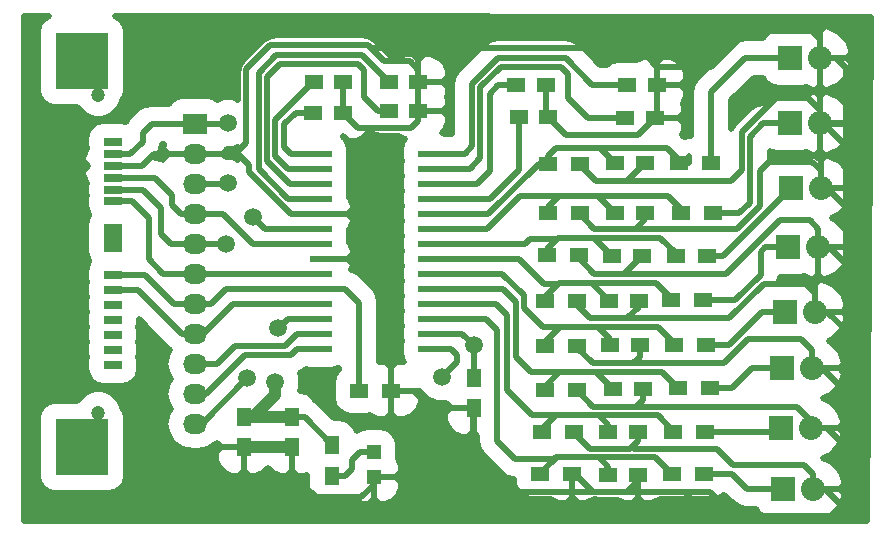
<source format=gbr>
G04 #@! TF.FileFunction,Copper,L1,Top,Signal*
%FSLAX46Y46*%
G04 Gerber Fmt 4.6, Leading zero omitted, Abs format (unit mm)*
G04 Created by KiCad (PCBNEW 4.0.5+dfsg1-4~bpo8+1) date Thu Oct 19 12:35:36 2017*
%MOMM*%
%LPD*%
G01*
G04 APERTURE LIST*
%ADD10C,0.100000*%
%ADD11R,1.250000X1.500000*%
%ADD12R,1.500000X1.250000*%
%ADD13R,1.198880X1.198880*%
%ADD14R,2.032000X1.727200*%
%ADD15O,2.032000X1.727200*%
%ADD16R,2.032000X2.032000*%
%ADD17O,2.032000X2.032000*%
%ADD18R,1.500000X1.300000*%
%ADD19R,1.300000X1.500000*%
%ADD20R,1.900000X0.600000*%
%ADD21R,1.500000X2.400000*%
%ADD22R,1.500000X0.700000*%
%ADD23C,1.200000*%
%ADD24R,4.500000X4.850000*%
%ADD25C,1.500000*%
%ADD26C,0.500000*%
%ADD27C,1.000000*%
%ADD28C,0.250000*%
G04 APERTURE END LIST*
D10*
D11*
X115895000Y-98395000D03*
X115895000Y-100895000D03*
X119990000Y-98395000D03*
X119990000Y-100895000D03*
X135330000Y-95080000D03*
X135330000Y-97580000D03*
D12*
X146755000Y-103285000D03*
X149255000Y-103285000D03*
X146820000Y-88530000D03*
X149320000Y-88530000D03*
X147145000Y-96005000D03*
X149645000Y-96005000D03*
X147340000Y-81055000D03*
X149840000Y-81055000D03*
X146885000Y-92300000D03*
X149385000Y-92300000D03*
X147340000Y-76895000D03*
X149840000Y-76895000D03*
X146755000Y-99645000D03*
X149255000Y-99645000D03*
X147080000Y-84760000D03*
X149580000Y-84760000D03*
X141648500Y-72961500D03*
X139148500Y-72961500D03*
X124249500Y-72644000D03*
X121749500Y-72644000D03*
X141458000Y-70294500D03*
X138958000Y-70294500D03*
X124313000Y-70040500D03*
X121813000Y-70040500D03*
X150665500Y-73088500D03*
X148165500Y-73088500D03*
X130663000Y-72453500D03*
X128163000Y-72453500D03*
X150856000Y-70231000D03*
X148356000Y-70231000D03*
X130663000Y-70040500D03*
X128163000Y-70040500D03*
D13*
X126880000Y-101325980D03*
X126880000Y-103424020D03*
D14*
X111760000Y-73533000D03*
D15*
X111760000Y-76073000D03*
X111760000Y-78613000D03*
X111760000Y-81153000D03*
X111760000Y-83693000D03*
X111760000Y-86233000D03*
X111760000Y-88773000D03*
X111760000Y-91313000D03*
X111760000Y-93853000D03*
X111760000Y-96393000D03*
X111760000Y-98933000D03*
D16*
X162110000Y-67990000D03*
D17*
X164650000Y-67990000D03*
D16*
X162110000Y-73515000D03*
D17*
X164650000Y-73515000D03*
D16*
X162175000Y-78975000D03*
D17*
X164715000Y-78975000D03*
D16*
X161980000Y-83980000D03*
D17*
X164520000Y-83980000D03*
D16*
X161720000Y-89440000D03*
D17*
X164260000Y-89440000D03*
D16*
X161460000Y-94250000D03*
D17*
X164000000Y-94250000D03*
D16*
X161395000Y-99320000D03*
D17*
X163935000Y-99320000D03*
D16*
X161525000Y-104455000D03*
D17*
X164065000Y-104455000D03*
D18*
X125660000Y-96135000D03*
X128360000Y-96135000D03*
D19*
X123370000Y-100700000D03*
X123370000Y-103400000D03*
D18*
X141000000Y-103220000D03*
X143700000Y-103220000D03*
X141399500Y-88536500D03*
X144099500Y-88536500D03*
X141390000Y-96070000D03*
X144090000Y-96070000D03*
X141604000Y-81137000D03*
X144304000Y-81137000D03*
X141405500Y-92314500D03*
X144105500Y-92314500D03*
X141636500Y-76911000D03*
X144336500Y-76911000D03*
X141130000Y-99645000D03*
X143830000Y-99645000D03*
X141526500Y-84690500D03*
X144226500Y-84690500D03*
X154815000Y-103220000D03*
X152115000Y-103220000D03*
X154750000Y-88465000D03*
X152050000Y-88465000D03*
X155335000Y-95940000D03*
X152635000Y-95940000D03*
X155595000Y-81120000D03*
X152895000Y-81120000D03*
X155010000Y-92235000D03*
X152310000Y-92235000D03*
X155465000Y-76895000D03*
X152765000Y-76895000D03*
X154945000Y-99645000D03*
X152245000Y-99645000D03*
X155140000Y-84695000D03*
X152440000Y-84695000D03*
D20*
X131600000Y-92583000D03*
X131600000Y-91313000D03*
X131600000Y-90043000D03*
X131600000Y-88773000D03*
X131600000Y-87503000D03*
X131600000Y-86233000D03*
X131600000Y-84963000D03*
X131600000Y-83693000D03*
X131600000Y-82423000D03*
X131600000Y-81153000D03*
X131600000Y-79883000D03*
X131600000Y-78613000D03*
X131600000Y-77343000D03*
X131600000Y-76073000D03*
X122400000Y-76073000D03*
X122400000Y-77343000D03*
X122400000Y-78613000D03*
X122400000Y-79883000D03*
X122400000Y-81153000D03*
X122400000Y-82423000D03*
X122400000Y-83693000D03*
X122400000Y-84963000D03*
X122400000Y-86233000D03*
X122400000Y-87503000D03*
X122400000Y-88773000D03*
X122400000Y-90043000D03*
X122400000Y-91313000D03*
X122400000Y-92583000D03*
D21*
X104775000Y-83185000D03*
D22*
X104775000Y-92675000D03*
X104775000Y-91405000D03*
X104775000Y-93945000D03*
X104775000Y-90135000D03*
X104775000Y-88865000D03*
X104775000Y-87595000D03*
X104775000Y-86325000D03*
X104775000Y-80115000D03*
X104775000Y-79115000D03*
X104775000Y-78115000D03*
X104775000Y-77115000D03*
X104775000Y-76115000D03*
X104775000Y-75115000D03*
D23*
X103575000Y-98065000D03*
X103575000Y-71065000D03*
D24*
X102175000Y-100915000D03*
X102175000Y-68215000D03*
D25*
X118560000Y-95420000D03*
X114530000Y-73515000D03*
X118755000Y-90805000D03*
X135330000Y-92300000D03*
X114530000Y-78585000D03*
X116675000Y-81445000D03*
X114400000Y-83720000D03*
X116155000Y-95095000D03*
X132665000Y-94965000D03*
D26*
X153610000Y-76895000D02*
X153610000Y-76260000D01*
X104775000Y-76115000D02*
X106275000Y-76115000D01*
X108077000Y-73533000D02*
X111760000Y-73533000D01*
X107315000Y-74295000D02*
X108077000Y-73533000D01*
X107315000Y-75075000D02*
X107315000Y-74295000D01*
X106275000Y-76115000D02*
X107315000Y-75075000D01*
X119990000Y-98395000D02*
X121065000Y-98395000D01*
X121065000Y-98395000D02*
X123370000Y-100700000D01*
D27*
X118560000Y-95420000D02*
X118560000Y-96525000D01*
X118560000Y-96525000D02*
X116690000Y-98395000D01*
X115895000Y-98395000D02*
X116690000Y-98395000D01*
X116690000Y-98395000D02*
X119990000Y-98395000D01*
D26*
X111760000Y-73533000D02*
X114512000Y-73533000D01*
X114512000Y-73533000D02*
X114530000Y-73515000D01*
X122400000Y-90043000D02*
X119582000Y-90043000D01*
X118820000Y-90805000D02*
X118755000Y-90805000D01*
X119582000Y-90043000D02*
X118820000Y-90805000D01*
X104775000Y-77115000D02*
X107225000Y-77115000D01*
X108267000Y-76073000D02*
X111760000Y-76073000D01*
X107225000Y-77115000D02*
X108267000Y-76073000D01*
X126880000Y-103424020D02*
X132785980Y-103424020D01*
X132785980Y-103424020D02*
X135330000Y-100880000D01*
X128360000Y-96135000D02*
X130260000Y-96135000D01*
X131705000Y-97580000D02*
X135330000Y-97580000D01*
X130260000Y-96135000D02*
X131705000Y-97580000D01*
X119990000Y-100895000D02*
X119990000Y-103155000D01*
X126880000Y-104130000D02*
X126880000Y-103424020D01*
X125840000Y-105170000D02*
X126880000Y-104130000D01*
X122005000Y-105170000D02*
X125840000Y-105170000D01*
X119990000Y-103155000D02*
X122005000Y-105170000D01*
D27*
X115895000Y-100895000D02*
X119990000Y-100895000D01*
D26*
X135330000Y-97580000D02*
X135330000Y-100880000D01*
X139165000Y-104715000D02*
X145405000Y-104715000D01*
X135330000Y-100880000D02*
X139165000Y-104715000D01*
X159835000Y-65715000D02*
X158470000Y-65715000D01*
X155415000Y-68770000D02*
X150856000Y-68770000D01*
X158470000Y-65715000D02*
X155415000Y-68770000D01*
X137280000Y-67145000D02*
X126685000Y-67145000D01*
X126685000Y-67145000D02*
X126425000Y-66885000D01*
X150856000Y-68696000D02*
X150856000Y-68770000D01*
X137280000Y-67145000D02*
X149305000Y-67145000D01*
X149305000Y-67145000D02*
X150856000Y-68696000D01*
X150856000Y-68770000D02*
X150856000Y-70231000D01*
X137085000Y-67145000D02*
X137280000Y-67145000D01*
X115375000Y-76073000D02*
X115375000Y-75855000D01*
X115375000Y-75855000D02*
X116090000Y-75140000D01*
X116090000Y-75140000D02*
X116090000Y-68900000D01*
X116090000Y-68900000D02*
X118105000Y-66885000D01*
X118105000Y-66885000D02*
X126425000Y-66885000D01*
X130663000Y-68978000D02*
X130663000Y-70040500D01*
X126425000Y-66885000D02*
X127790000Y-68250000D01*
X127790000Y-68250000D02*
X129935000Y-68250000D01*
X129935000Y-68250000D02*
X130663000Y-68978000D01*
X148492500Y-104715000D02*
X155350000Y-104715000D01*
X155350000Y-104715000D02*
X157365000Y-106730000D01*
X122400000Y-81153000D02*
X119893000Y-81153000D01*
X115398000Y-76073000D02*
X115375000Y-76073000D01*
X115375000Y-76073000D02*
X111760000Y-76073000D01*
X116350000Y-77025000D02*
X115398000Y-76073000D01*
X116350000Y-77610000D02*
X116350000Y-77025000D01*
X119893000Y-81153000D02*
X116350000Y-77610000D01*
X164065000Y-104455000D02*
X165100000Y-104455000D01*
X165100000Y-104455000D02*
X166855000Y-106210000D01*
X163935000Y-99320000D02*
X165295000Y-99320000D01*
X165295000Y-99320000D02*
X166855000Y-100880000D01*
X164000000Y-94250000D02*
X164840000Y-94250000D01*
X164840000Y-94250000D02*
X166855000Y-96265000D01*
X164260000Y-89440000D02*
X165295000Y-89440000D01*
X165295000Y-89440000D02*
X166855000Y-91000000D01*
X164520000Y-83980000D02*
X165425000Y-83980000D01*
X165425000Y-83980000D02*
X166855000Y-85410000D01*
X164715000Y-78975000D02*
X165230000Y-78975000D01*
X165230000Y-78975000D02*
X166855000Y-80600000D01*
X164650000Y-73515000D02*
X164905000Y-73515000D01*
X164905000Y-73515000D02*
X166855000Y-75465000D01*
X164650000Y-67990000D02*
X166010000Y-67990000D01*
X166855000Y-106210000D02*
X166335000Y-106730000D01*
X166335000Y-106730000D02*
X157365000Y-106730000D01*
X166855000Y-100880000D02*
X166855000Y-106210000D01*
X166855000Y-91000000D02*
X166855000Y-96265000D01*
X166855000Y-96265000D02*
X166855000Y-100880000D01*
X166855000Y-68835000D02*
X166855000Y-75465000D01*
X166855000Y-75465000D02*
X166855000Y-80600000D01*
X166855000Y-80600000D02*
X166855000Y-85410000D01*
X166855000Y-85410000D02*
X166855000Y-91000000D01*
X166010000Y-67990000D02*
X166855000Y-68835000D01*
X141458000Y-70294500D02*
X141458000Y-72771000D01*
X141458000Y-72771000D02*
X141648500Y-72961500D01*
X141648500Y-72961500D02*
X141648500Y-73008500D01*
X141648500Y-73008500D02*
X143130000Y-74490000D01*
X149264000Y-74490000D02*
X150665500Y-73088500D01*
X143130000Y-74490000D02*
X149264000Y-74490000D01*
D28*
X141458000Y-72771000D02*
X141648500Y-72961500D01*
X141648500Y-72961500D02*
X142121500Y-72961500D01*
D26*
X124249500Y-72644000D02*
X124254000Y-72644000D01*
X124254000Y-72644000D02*
X125515000Y-73905000D01*
X130663000Y-73307000D02*
X130663000Y-72453500D01*
X130065000Y-73905000D02*
X130663000Y-73307000D01*
X125515000Y-73905000D02*
X130065000Y-73905000D01*
X130663000Y-72453500D02*
X130663000Y-70040500D01*
X124313000Y-70040500D02*
X124313000Y-72580500D01*
X124313000Y-72580500D02*
X124249500Y-72644000D01*
X150856000Y-70231000D02*
X150856000Y-72898000D01*
X150856000Y-72898000D02*
X150665500Y-73088500D01*
X164650000Y-67990000D02*
X164650000Y-66370000D01*
X164650000Y-66370000D02*
X163995000Y-65715000D01*
X163995000Y-65715000D02*
X159835000Y-65715000D01*
X159835000Y-65715000D02*
X159575000Y-65715000D01*
X164650000Y-73515000D02*
X164650000Y-72350000D01*
X157105000Y-78390000D02*
X148345000Y-78390000D01*
X158029998Y-77465002D02*
X157105000Y-78390000D01*
X158029998Y-74280002D02*
X158029998Y-77465002D01*
X160940000Y-71370000D02*
X158029998Y-74280002D01*
X163670000Y-71370000D02*
X160940000Y-71370000D01*
X164650000Y-72350000D02*
X163670000Y-71370000D01*
X163995000Y-76765000D02*
X160355000Y-76765000D01*
X164715000Y-77485000D02*
X163995000Y-76765000D01*
X149045000Y-82420000D02*
X156390000Y-82420000D01*
X164715000Y-77485000D02*
X164715000Y-78975000D01*
X157625000Y-82420000D02*
X156390000Y-82420000D01*
X159575000Y-80470000D02*
X157625000Y-82420000D01*
X159575000Y-77545000D02*
X159575000Y-80470000D01*
X160355000Y-76765000D02*
X159575000Y-77545000D01*
X164520000Y-83980000D02*
X164520000Y-82425000D01*
X156729952Y-86255000D02*
X148085000Y-86255000D01*
X161279952Y-81705000D02*
X156729952Y-86255000D01*
X163800000Y-81705000D02*
X161279952Y-81705000D01*
X164520000Y-82425000D02*
X163800000Y-81705000D01*
X164260000Y-89440000D02*
X164260000Y-87885000D01*
X156975000Y-90025000D02*
X148330000Y-90025000D01*
X159900000Y-87100000D02*
X156975000Y-90025000D01*
X163475000Y-87100000D02*
X159900000Y-87100000D01*
X164260000Y-87885000D02*
X163475000Y-87100000D01*
X164000000Y-94250000D02*
X164000000Y-92695000D01*
X156520000Y-93795000D02*
X148850000Y-93795000D01*
X158535000Y-91780000D02*
X156520000Y-93795000D01*
X163085000Y-91780000D02*
X158535000Y-91780000D01*
X164000000Y-92695000D02*
X163085000Y-91780000D01*
X163935000Y-99320000D02*
X163935000Y-98740000D01*
X163935000Y-98740000D02*
X162695000Y-97500000D01*
X162695000Y-97500000D02*
X149110000Y-97500000D01*
X157300000Y-102440000D02*
X163280000Y-102440000D01*
X164065000Y-103225000D02*
X163280000Y-102440000D01*
X157300000Y-102440000D02*
X155935000Y-101075000D01*
X148915000Y-101075000D02*
X155935000Y-101075000D01*
X164065000Y-103225000D02*
X164065000Y-104455000D01*
X122400000Y-81153000D02*
X124768000Y-81153000D01*
X125117000Y-84963000D02*
X122400000Y-84963000D01*
X125840000Y-84240000D02*
X125117000Y-84963000D01*
X125840000Y-82225000D02*
X125840000Y-84240000D01*
X124768000Y-81153000D02*
X125840000Y-82225000D01*
X148915000Y-101089998D02*
X148915000Y-101075000D01*
X148915000Y-101075000D02*
X148915000Y-100750000D01*
X145210000Y-101075000D02*
X148590000Y-101075000D01*
X143700000Y-103220000D02*
X143910000Y-103220000D01*
X143910000Y-103220000D02*
X145405000Y-104715000D01*
X145405000Y-104715000D02*
X148492500Y-104715000D01*
X148492500Y-104715000D02*
X148330000Y-104715000D01*
X148330000Y-104715000D02*
X149255000Y-103790000D01*
X149255000Y-103790000D02*
X149255000Y-103285000D01*
X143830000Y-99645000D02*
X143830000Y-99695000D01*
X143830000Y-99695000D02*
X145210000Y-101075000D01*
X148590000Y-101075000D02*
X148915000Y-100750000D01*
X148915000Y-100750000D02*
X149255000Y-100410000D01*
X149255000Y-100410000D02*
X149255000Y-99645000D01*
X144090000Y-96070000D02*
X144090000Y-96120000D01*
X144090000Y-96120000D02*
X145470000Y-97500000D01*
X145470000Y-97500000D02*
X149110000Y-97500000D01*
X149110000Y-97500000D02*
X149645000Y-96965000D01*
X149645000Y-96965000D02*
X149645000Y-96005000D01*
X144105500Y-92314500D02*
X144105500Y-92495500D01*
X144105500Y-92495500D02*
X145405000Y-93795000D01*
X145405000Y-93795000D02*
X148850000Y-93795000D01*
X148850000Y-93795000D02*
X149385000Y-93260000D01*
X149385000Y-93260000D02*
X149385000Y-92300000D01*
X144099500Y-88536500D02*
X144099500Y-88914500D01*
X144099500Y-88914500D02*
X145210000Y-90025000D01*
X145210000Y-90025000D02*
X148330000Y-90025000D01*
X148330000Y-90025000D02*
X149320000Y-89035000D01*
X149320000Y-89035000D02*
X149320000Y-88530000D01*
X144226500Y-84690500D02*
X144226500Y-84946500D01*
X144226500Y-84946500D02*
X145535000Y-86255000D01*
X145535000Y-86255000D02*
X148085000Y-86255000D01*
X148085000Y-86255000D02*
X149580000Y-84760000D01*
X144304000Y-81137000D02*
X144304000Y-81189000D01*
X144304000Y-81189000D02*
X145535000Y-82420000D01*
X145535000Y-82420000D02*
X149045000Y-82420000D01*
X149045000Y-82420000D02*
X149840000Y-81625000D01*
X149840000Y-81625000D02*
X149840000Y-81055000D01*
X144336500Y-76911000D02*
X144336500Y-77061500D01*
X144336500Y-77061500D02*
X145665000Y-78390000D01*
X145665000Y-78390000D02*
X148345000Y-78390000D01*
X148345000Y-78390000D02*
X149840000Y-76895000D01*
X135330000Y-92365000D02*
X135330000Y-92300000D01*
X111760000Y-78613000D02*
X114502000Y-78613000D01*
X114502000Y-78613000D02*
X114530000Y-78585000D01*
X131600000Y-91313000D02*
X134343000Y-91313000D01*
X135330000Y-92365000D02*
X135330000Y-95080000D01*
X134343000Y-91313000D02*
X135330000Y-92300000D01*
X131600000Y-79883000D02*
X136762000Y-79883000D01*
X139148500Y-77496500D02*
X139148500Y-72961500D01*
X136762000Y-79883000D02*
X139148500Y-77496500D01*
X121749500Y-72644000D02*
X120269000Y-72644000D01*
X120269000Y-72644000D02*
X119316500Y-73596500D01*
X119316500Y-73596500D02*
X119316500Y-75501500D01*
X119316500Y-75501500D02*
X119888000Y-76073000D01*
X119888000Y-76073000D02*
X122400000Y-76073000D01*
X138958000Y-70294500D02*
X137380500Y-70294500D01*
X135627000Y-78613000D02*
X131600000Y-78613000D01*
X136695000Y-77545000D02*
X135627000Y-78613000D01*
X136695000Y-70980000D02*
X136695000Y-77545000D01*
X137380500Y-70294500D02*
X136695000Y-70980000D01*
X121813000Y-70040500D02*
X121774500Y-70040500D01*
X121774500Y-70040500D02*
X118560000Y-73255000D01*
X118560000Y-73255000D02*
X118560000Y-76245000D01*
X118560000Y-76245000D02*
X119658000Y-77343000D01*
X119658000Y-77343000D02*
X122400000Y-77343000D01*
X148165500Y-73088500D02*
X145043500Y-73088500D01*
X135012000Y-77343000D02*
X131600000Y-77343000D01*
X135915000Y-76440000D02*
X135012000Y-77343000D01*
X135915000Y-70460000D02*
X135915000Y-76440000D01*
X137670000Y-68705000D02*
X135915000Y-70460000D01*
X142740000Y-68705000D02*
X137670000Y-68705000D01*
X143325000Y-69290000D02*
X142740000Y-68705000D01*
X143325000Y-71370000D02*
X143325000Y-69290000D01*
X145043500Y-73088500D02*
X143325000Y-71370000D01*
X128163000Y-72453500D02*
X127248500Y-72453500D01*
X119758000Y-78613000D02*
X122400000Y-78613000D01*
X117845000Y-76700000D02*
X119758000Y-78613000D01*
X117845000Y-69550000D02*
X117845000Y-76700000D01*
X118950000Y-68445000D02*
X117845000Y-69550000D01*
X125515000Y-68445000D02*
X118950000Y-68445000D01*
X126100000Y-69030000D02*
X125515000Y-68445000D01*
X126100000Y-71305000D02*
X126100000Y-69030000D01*
X127248500Y-72453500D02*
X126100000Y-71305000D01*
X148356000Y-70231000D02*
X145371000Y-70231000D01*
X134592000Y-76073000D02*
X131600000Y-76073000D01*
X135214998Y-75450002D02*
X134592000Y-76073000D01*
X135214998Y-70170050D02*
X135214998Y-75450002D01*
X137395048Y-67990000D02*
X135214998Y-70170050D01*
X143130000Y-67990000D02*
X137395048Y-67990000D01*
X145371000Y-70231000D02*
X143130000Y-67990000D01*
X128163000Y-70040500D02*
X128163000Y-69988000D01*
X128163000Y-69988000D02*
X125905000Y-67730000D01*
X125905000Y-67730000D02*
X118625000Y-67730000D01*
X118625000Y-67730000D02*
X117130000Y-69225000D01*
X117130000Y-69225000D02*
X117130000Y-77350000D01*
X117130000Y-77350000D02*
X119663000Y-79883000D01*
X119663000Y-79883000D02*
X122400000Y-79883000D01*
X123370000Y-103400000D02*
X124425000Y-103400000D01*
X125719020Y-101325980D02*
X126880000Y-101325980D01*
X125060000Y-101985000D02*
X125719020Y-101325980D01*
X125060000Y-102765000D02*
X125060000Y-101985000D01*
X124425000Y-103400000D02*
X125060000Y-102765000D01*
X104775000Y-86325000D02*
X107515000Y-86325000D01*
X109963000Y-88773000D02*
X111760000Y-88773000D01*
X107515000Y-86325000D02*
X109963000Y-88773000D01*
X122400000Y-87503000D02*
X124488000Y-87503000D01*
X125660000Y-88675000D02*
X125660000Y-96135000D01*
X124488000Y-87503000D02*
X125660000Y-88675000D01*
X122400000Y-87503000D02*
X114387000Y-87503000D01*
X113117000Y-88773000D02*
X111760000Y-88773000D01*
X114387000Y-87503000D02*
X113117000Y-88773000D01*
X104775000Y-87595000D02*
X106900000Y-87595000D01*
X110618000Y-91313000D02*
X111760000Y-91313000D01*
X106900000Y-87595000D02*
X110618000Y-91313000D01*
X122400000Y-88773000D02*
X114937000Y-88773000D01*
X114937000Y-88773000D02*
X112397000Y-91313000D01*
X112397000Y-91313000D02*
X111760000Y-91313000D01*
X104775000Y-80115000D02*
X106440000Y-80115000D01*
X109048000Y-86233000D02*
X111760000Y-86233000D01*
X107835000Y-85020000D02*
X109048000Y-86233000D01*
X107835000Y-81510000D02*
X107835000Y-85020000D01*
X106440000Y-80115000D02*
X107835000Y-81510000D01*
X122400000Y-86233000D02*
X111760000Y-86233000D01*
X104775000Y-78115000D02*
X108340000Y-78115000D01*
X110533000Y-81153000D02*
X111760000Y-81153000D01*
X109785000Y-80405000D02*
X110533000Y-81153000D01*
X109785000Y-79560000D02*
X109785000Y-80405000D01*
X108340000Y-78115000D02*
X109785000Y-79560000D01*
X111760000Y-81153000D02*
X114108000Y-81153000D01*
X116648000Y-83693000D02*
X122400000Y-83693000D01*
X114108000Y-81153000D02*
X116648000Y-83693000D01*
X104775000Y-79115000D02*
X107325000Y-79115000D01*
X109693000Y-83693000D02*
X111760000Y-83693000D01*
X108875000Y-82875000D02*
X109693000Y-83693000D01*
X108875000Y-80665000D02*
X108875000Y-82875000D01*
X107325000Y-79115000D02*
X108875000Y-80665000D01*
X117653000Y-82423000D02*
X122400000Y-82423000D01*
X116675000Y-81445000D02*
X117653000Y-82423000D01*
X111760000Y-83693000D02*
X114373000Y-83693000D01*
X114373000Y-83693000D02*
X114400000Y-83720000D01*
X122400000Y-91313000D02*
X120392000Y-91313000D01*
X113627000Y-93853000D02*
X111760000Y-93853000D01*
X115115000Y-92365000D02*
X113627000Y-93853000D01*
X119340000Y-92365000D02*
X115115000Y-92365000D01*
X120392000Y-91313000D02*
X119340000Y-92365000D01*
X112392000Y-93853000D02*
X111760000Y-93853000D01*
X111760000Y-98933000D02*
X112317000Y-98933000D01*
X112317000Y-98933000D02*
X116155000Y-95095000D01*
X131600000Y-92583000D02*
X133403000Y-92583000D01*
X133403000Y-92583000D02*
X133900000Y-93080000D01*
X133900000Y-93080000D02*
X133900000Y-93730000D01*
X133900000Y-93730000D02*
X132665000Y-94965000D01*
X122400000Y-92583000D02*
X120422000Y-92583000D01*
X115960000Y-93145000D02*
X112712000Y-96393000D01*
X119860000Y-93145000D02*
X115960000Y-93145000D01*
X120422000Y-92583000D02*
X119860000Y-93145000D01*
X112712000Y-96393000D02*
X111760000Y-96393000D01*
X161525000Y-104455000D02*
X158470000Y-104455000D01*
X157235000Y-103220000D02*
X158470000Y-104455000D01*
X157235000Y-103220000D02*
X154815000Y-103220000D01*
X156975000Y-88465000D02*
X157495000Y-88465000D01*
X160030000Y-83980000D02*
X161980000Y-83980000D01*
X159640000Y-84370000D02*
X160030000Y-83980000D01*
X159640000Y-86320000D02*
X159640000Y-84370000D01*
X157495000Y-88465000D02*
X159640000Y-86320000D01*
X154750000Y-88465000D02*
X156975000Y-88465000D01*
X156975000Y-88465000D02*
X157170000Y-88465000D01*
X161460000Y-94250000D02*
X158925000Y-94250000D01*
X157235000Y-95940000D02*
X158925000Y-94250000D01*
X157235000Y-95940000D02*
X155335000Y-95940000D01*
X155595000Y-81120000D02*
X157820000Y-81120000D01*
X159835000Y-73515000D02*
X162110000Y-73515000D01*
X158730000Y-74620000D02*
X159835000Y-73515000D01*
X158730000Y-80210000D02*
X158730000Y-74620000D01*
X157820000Y-81120000D02*
X158730000Y-80210000D01*
X156585000Y-81120000D02*
X155595000Y-81120000D01*
X155595000Y-81120000D02*
X156195000Y-81120000D01*
X161720000Y-89440000D02*
X159770000Y-89440000D01*
X156975000Y-92235000D02*
X159770000Y-89440000D01*
X156975000Y-92235000D02*
X155010000Y-92235000D01*
X162110000Y-67990000D02*
X158340000Y-67990000D01*
X155465000Y-70865000D02*
X158340000Y-67990000D01*
X155465000Y-70865000D02*
X155465000Y-76895000D01*
X154945000Y-99645000D02*
X161070000Y-99645000D01*
X161070000Y-99645000D02*
X161395000Y-99320000D01*
X161070000Y-99645000D02*
X161395000Y-99320000D01*
X155140000Y-84695000D02*
X156455000Y-84695000D01*
X156455000Y-84695000D02*
X162175000Y-78975000D01*
X131600000Y-90043000D02*
X136388000Y-90043000D01*
X138840000Y-101920000D02*
X142220000Y-101920000D01*
X137345000Y-100425000D02*
X138840000Y-101920000D01*
X137345000Y-91000000D02*
X137345000Y-100425000D01*
X136388000Y-90043000D02*
X137345000Y-91000000D01*
X152115000Y-103220000D02*
X152100000Y-103220000D01*
X152100000Y-103220000D02*
X150670000Y-101790000D01*
X150670000Y-101790000D02*
X145925000Y-101790000D01*
X141000000Y-103220000D02*
X141000000Y-103140000D01*
X141000000Y-103140000D02*
X142220000Y-101920000D01*
X142220000Y-101920000D02*
X142350000Y-101790000D01*
X142350000Y-101790000D02*
X145925000Y-101790000D01*
X145925000Y-101790000D02*
X146755000Y-102620000D01*
X146755000Y-102620000D02*
X146755000Y-103285000D01*
X131600000Y-88773000D02*
X137198000Y-88773000D01*
X140270000Y-98215000D02*
X142285000Y-98215000D01*
X138125000Y-96070000D02*
X140270000Y-98215000D01*
X138125000Y-89700000D02*
X138125000Y-96070000D01*
X137198000Y-88773000D02*
X138125000Y-89700000D01*
X152245000Y-99645000D02*
X152245000Y-99530000D01*
X152245000Y-99530000D02*
X150930000Y-98215000D01*
X150930000Y-98215000D02*
X145925000Y-98215000D01*
X141130000Y-99645000D02*
X141130000Y-99370000D01*
X141130000Y-99370000D02*
X142285000Y-98215000D01*
X145925000Y-98215000D02*
X146755000Y-99045000D01*
X142285000Y-98215000D02*
X145925000Y-98215000D01*
X146755000Y-99045000D02*
X146755000Y-99645000D01*
X141130000Y-99645000D02*
X141130000Y-99630000D01*
X131600000Y-87503000D02*
X137813000Y-87503000D01*
X140205000Y-94575000D02*
X142610000Y-94575000D01*
X138905000Y-93275000D02*
X140205000Y-94575000D01*
X138905000Y-88595000D02*
X138905000Y-93275000D01*
X137813000Y-87503000D02*
X138905000Y-88595000D01*
X152635000Y-95940000D02*
X152620000Y-95940000D01*
X152620000Y-95940000D02*
X151255000Y-94575000D01*
X151255000Y-94575000D02*
X145715000Y-94575000D01*
X141390000Y-96070000D02*
X141390000Y-95795000D01*
X141390000Y-95795000D02*
X142610000Y-94575000D01*
X142610000Y-94575000D02*
X145715000Y-94575000D01*
X145715000Y-94575000D02*
X147145000Y-96005000D01*
X131600000Y-86233000D02*
X137778000Y-86233000D01*
X141180000Y-90740000D02*
X142675000Y-90740000D01*
X139620000Y-89180000D02*
X141180000Y-90740000D01*
X139620000Y-88075000D02*
X139620000Y-89180000D01*
X137778000Y-86233000D02*
X139620000Y-88075000D01*
X152310000Y-92235000D02*
X152310000Y-92120000D01*
X152310000Y-92120000D02*
X150930000Y-90740000D01*
X150930000Y-90740000D02*
X145860000Y-90740000D01*
X141405500Y-92314500D02*
X141405500Y-92009500D01*
X141405500Y-92009500D02*
X142675000Y-90740000D01*
X142675000Y-90740000D02*
X145860000Y-90740000D01*
X145860000Y-90740000D02*
X146885000Y-91765000D01*
X146885000Y-91765000D02*
X146885000Y-92300000D01*
X131600000Y-84963000D02*
X139173000Y-84963000D01*
X141310000Y-87100000D02*
X142480000Y-87100000D01*
X139173000Y-84963000D02*
X141310000Y-87100000D01*
X152050000Y-88465000D02*
X152050000Y-88285000D01*
X152050000Y-88285000D02*
X150800000Y-87035000D01*
X150800000Y-87035000D02*
X145325000Y-87035000D01*
X141399500Y-88536500D02*
X141399500Y-88180500D01*
X141399500Y-88180500D02*
X142480000Y-87100000D01*
X142480000Y-87100000D02*
X142545000Y-87035000D01*
X142545000Y-87035000D02*
X145325000Y-87035000D01*
X145325000Y-87035000D02*
X146820000Y-88530000D01*
X131600000Y-83693000D02*
X139712000Y-83693000D01*
X140140000Y-83265000D02*
X142415000Y-83265000D01*
X139712000Y-83693000D02*
X140140000Y-83265000D01*
X152440000Y-84695000D02*
X152440000Y-84515000D01*
X152440000Y-84515000D02*
X151125000Y-83200000D01*
X151125000Y-83200000D02*
X145520000Y-83200000D01*
X141526500Y-84690500D02*
X141526500Y-84153500D01*
X141526500Y-84153500D02*
X142415000Y-83265000D01*
X142415000Y-83265000D02*
X142480000Y-83200000D01*
X142480000Y-83200000D02*
X145520000Y-83200000D01*
X145520000Y-83200000D02*
X147080000Y-84760000D01*
X131600000Y-82423000D02*
X136497000Y-82423000D01*
X139295000Y-79625000D02*
X142545000Y-79625000D01*
X136497000Y-82423000D02*
X139295000Y-79625000D01*
X152895000Y-81120000D02*
X152895000Y-80745000D01*
X152895000Y-80745000D02*
X151775000Y-79625000D01*
X151775000Y-79625000D02*
X145910000Y-79625000D01*
X141604000Y-81137000D02*
X141604000Y-80566000D01*
X141604000Y-80566000D02*
X142545000Y-79625000D01*
X142545000Y-79625000D02*
X145910000Y-79625000D01*
X145910000Y-79625000D02*
X147340000Y-81055000D01*
X131600000Y-81153000D02*
X136597000Y-81153000D01*
X140839000Y-76911000D02*
X141636500Y-76911000D01*
X136597000Y-81153000D02*
X140839000Y-76911000D01*
X152765000Y-76895000D02*
X152765000Y-76650000D01*
X152765000Y-76650000D02*
X151710000Y-75595000D01*
X151710000Y-75595000D02*
X146040000Y-75595000D01*
X141636500Y-76911000D02*
X141636500Y-76243500D01*
X146040000Y-75595000D02*
X147340000Y-76895000D01*
X142285000Y-75595000D02*
X146040000Y-75595000D01*
X141636500Y-76243500D02*
X142285000Y-75595000D01*
G36*
X99404800Y-64409475D02*
X99387662Y-64412700D01*
X98894150Y-64730266D01*
X98563071Y-65214817D01*
X98446593Y-65790000D01*
X98446593Y-70640000D01*
X98547700Y-71177338D01*
X98865266Y-71670850D01*
X99349817Y-72001929D01*
X99925000Y-72118407D01*
X101792156Y-72118407D01*
X101836081Y-72224715D01*
X102412252Y-72801892D01*
X103165441Y-73114643D01*
X103980981Y-73115355D01*
X104734715Y-72803919D01*
X105311892Y-72227748D01*
X105624643Y-71474559D01*
X105624662Y-71452669D01*
X105786929Y-71215183D01*
X105903407Y-70640000D01*
X105903407Y-65790000D01*
X105802300Y-65252662D01*
X105484734Y-64759150D01*
X105000183Y-64428071D01*
X104957628Y-64419453D01*
X169008114Y-64534548D01*
X168686875Y-107195000D01*
X164069002Y-107195000D01*
X164069002Y-106783499D01*
X164501648Y-107186317D01*
X164706819Y-107145506D01*
X165687576Y-106695090D01*
X166421310Y-105903640D01*
X166796317Y-104891648D01*
X166393497Y-104459000D01*
X164069000Y-104459000D01*
X164069000Y-104479000D01*
X164061000Y-104479000D01*
X164061000Y-104459000D01*
X164041000Y-104459000D01*
X164041000Y-104451000D01*
X164061000Y-104451000D01*
X164061000Y-104431000D01*
X164069000Y-104431000D01*
X164069000Y-104451000D01*
X166393497Y-104451000D01*
X166796317Y-104018352D01*
X166421310Y-103006360D01*
X165687576Y-102214910D01*
X164909658Y-101857649D01*
X165557576Y-101560090D01*
X166291310Y-100768640D01*
X166666317Y-99756648D01*
X166263497Y-99324000D01*
X163939000Y-99324000D01*
X163939000Y-99344000D01*
X163931000Y-99344000D01*
X163931000Y-99324000D01*
X163911000Y-99324000D01*
X163911000Y-99316000D01*
X163931000Y-99316000D01*
X163931000Y-99296000D01*
X163939000Y-99296000D01*
X163939000Y-99316000D01*
X166263497Y-99316000D01*
X166666317Y-98883352D01*
X166291310Y-97871360D01*
X165557576Y-97079910D01*
X164947925Y-96799926D01*
X165622576Y-96490090D01*
X166356310Y-95698640D01*
X166731317Y-94686648D01*
X166328497Y-94254000D01*
X164004000Y-94254000D01*
X164004000Y-94274000D01*
X163996000Y-94274000D01*
X163996000Y-94254000D01*
X163976000Y-94254000D01*
X163976000Y-94246000D01*
X163996000Y-94246000D01*
X163996000Y-94226000D01*
X164004000Y-94226000D01*
X164004000Y-94246000D01*
X166328497Y-94246000D01*
X166731317Y-93813352D01*
X166356310Y-92801360D01*
X165622576Y-92009910D01*
X165393493Y-91904703D01*
X165882576Y-91680090D01*
X166616310Y-90888640D01*
X166991317Y-89876648D01*
X166588497Y-89444000D01*
X164264000Y-89444000D01*
X164264000Y-89464000D01*
X164256000Y-89464000D01*
X164256000Y-89444000D01*
X164236000Y-89444000D01*
X164236000Y-89436000D01*
X164256000Y-89436000D01*
X164256000Y-87111503D01*
X164264000Y-87111503D01*
X164264000Y-89436000D01*
X166588497Y-89436000D01*
X166991317Y-89003352D01*
X166616310Y-87991360D01*
X165882576Y-87199910D01*
X164901819Y-86749494D01*
X164696648Y-86708683D01*
X164264000Y-87111503D01*
X164256000Y-87111503D01*
X163823352Y-86708683D01*
X163618181Y-86749494D01*
X163051894Y-87009563D01*
X162736000Y-86945593D01*
X161215562Y-86945593D01*
X161221905Y-86913705D01*
X161309287Y-86474407D01*
X162996000Y-86474407D01*
X163318892Y-86413651D01*
X163878181Y-86670506D01*
X164083352Y-86711317D01*
X164516000Y-86308497D01*
X164516000Y-83984000D01*
X164524000Y-83984000D01*
X164524000Y-86308497D01*
X164956648Y-86711317D01*
X165161819Y-86670506D01*
X166142576Y-86220090D01*
X166876310Y-85428640D01*
X167251317Y-84416648D01*
X166848497Y-83984000D01*
X164524000Y-83984000D01*
X164516000Y-83984000D01*
X164496000Y-83984000D01*
X164496000Y-83976000D01*
X164516000Y-83976000D01*
X164516000Y-83956000D01*
X164524000Y-83956000D01*
X164524000Y-83976000D01*
X166848497Y-83976000D01*
X167251317Y-83543352D01*
X166876310Y-82531360D01*
X166142576Y-81739910D01*
X165668692Y-81522277D01*
X166337576Y-81215090D01*
X167071310Y-80423640D01*
X167446317Y-79411648D01*
X167043497Y-78979000D01*
X164719000Y-78979000D01*
X164719000Y-78999000D01*
X164711000Y-78999000D01*
X164711000Y-78979000D01*
X164691000Y-78979000D01*
X164691000Y-78971000D01*
X164711000Y-78971000D01*
X164711000Y-76646503D01*
X164719000Y-76646503D01*
X164719000Y-78971000D01*
X167043497Y-78971000D01*
X167446317Y-78538352D01*
X167071310Y-77526360D01*
X166337576Y-76734910D01*
X165356819Y-76284494D01*
X165151648Y-76243683D01*
X164719000Y-76646503D01*
X164711000Y-76646503D01*
X164278352Y-76243683D01*
X164073181Y-76284494D01*
X163506894Y-76544563D01*
X163191000Y-76480593D01*
X161159000Y-76480593D01*
X160621662Y-76581700D01*
X160430000Y-76705031D01*
X160430000Y-75832243D01*
X160518817Y-75892929D01*
X161094000Y-76009407D01*
X163126000Y-76009407D01*
X163448892Y-75948651D01*
X164008181Y-76205506D01*
X164213352Y-76246317D01*
X164646000Y-75843497D01*
X164646000Y-73519000D01*
X164654000Y-73519000D01*
X164654000Y-75843497D01*
X165086648Y-76246317D01*
X165291819Y-76205506D01*
X166272576Y-75755090D01*
X167006310Y-74963640D01*
X167381317Y-73951648D01*
X166978497Y-73519000D01*
X164654000Y-73519000D01*
X164646000Y-73519000D01*
X164626000Y-73519000D01*
X164626000Y-73511000D01*
X164646000Y-73511000D01*
X164646000Y-71186503D01*
X164654000Y-71186503D01*
X164654000Y-73511000D01*
X166978497Y-73511000D01*
X167381317Y-73078352D01*
X167006310Y-72066360D01*
X166272576Y-71274910D01*
X165291819Y-70824494D01*
X165086648Y-70783683D01*
X164654000Y-71186503D01*
X164646000Y-71186503D01*
X164213352Y-70783683D01*
X164008181Y-70824494D01*
X163441894Y-71084563D01*
X163126000Y-71020593D01*
X161094000Y-71020593D01*
X160556662Y-71121700D01*
X160063150Y-71439266D01*
X159801928Y-71821577D01*
X159184438Y-71944405D01*
X158632918Y-72312918D01*
X157527918Y-73417918D01*
X157165000Y-73961064D01*
X157165000Y-71569164D01*
X159044164Y-69690000D01*
X159811074Y-69690000D01*
X160034266Y-70036850D01*
X160518817Y-70367929D01*
X161094000Y-70484407D01*
X163126000Y-70484407D01*
X163448892Y-70423651D01*
X164008181Y-70680506D01*
X164213352Y-70721317D01*
X164646000Y-70318497D01*
X164646000Y-67994000D01*
X164654000Y-67994000D01*
X164654000Y-70318497D01*
X165086648Y-70721317D01*
X165291819Y-70680506D01*
X166272576Y-70230090D01*
X167006310Y-69438640D01*
X167381317Y-68426648D01*
X166978497Y-67994000D01*
X164654000Y-67994000D01*
X164646000Y-67994000D01*
X164626000Y-67994000D01*
X164626000Y-67986000D01*
X164646000Y-67986000D01*
X164646000Y-65661503D01*
X164654000Y-65661503D01*
X164654000Y-67986000D01*
X166978497Y-67986000D01*
X167381317Y-67553352D01*
X167006310Y-66541360D01*
X166272576Y-65749910D01*
X165291819Y-65299494D01*
X165086648Y-65258683D01*
X164654000Y-65661503D01*
X164646000Y-65661503D01*
X164213352Y-65258683D01*
X164008181Y-65299494D01*
X163441894Y-65559563D01*
X163126000Y-65495593D01*
X161094000Y-65495593D01*
X160556662Y-65596700D01*
X160063150Y-65914266D01*
X159806422Y-66290000D01*
X158340005Y-66290000D01*
X158340000Y-66289999D01*
X157689438Y-66419405D01*
X157137918Y-66787918D01*
X154262918Y-69662918D01*
X153894405Y-70214438D01*
X153764999Y-70865000D01*
X153765000Y-70865005D01*
X153765000Y-74590831D01*
X153610000Y-74560000D01*
X153167235Y-74648072D01*
X152994234Y-74475070D01*
X153165500Y-74061596D01*
X153165500Y-73530000D01*
X152728000Y-73092500D01*
X150669500Y-73092500D01*
X150669500Y-73112500D01*
X150661500Y-73112500D01*
X150661500Y-73092500D01*
X150641500Y-73092500D01*
X150641500Y-73084500D01*
X150661500Y-73084500D01*
X150661500Y-73064500D01*
X150669500Y-73064500D01*
X150669500Y-73084500D01*
X152728000Y-73084500D01*
X153165500Y-72647000D01*
X153165500Y-72115404D01*
X153064736Y-71872138D01*
X153089579Y-71847295D01*
X153356000Y-71204096D01*
X153356000Y-70672500D01*
X152918500Y-70235000D01*
X150860000Y-70235000D01*
X150860000Y-70255000D01*
X150852000Y-70255000D01*
X150852000Y-70235000D01*
X150832000Y-70235000D01*
X150832000Y-70227000D01*
X150852000Y-70227000D01*
X150852000Y-68293500D01*
X150860000Y-68293500D01*
X150860000Y-70227000D01*
X152918500Y-70227000D01*
X153356000Y-69789500D01*
X153356000Y-69257904D01*
X153089579Y-68614705D01*
X152597296Y-68122422D01*
X151954097Y-67856000D01*
X151297500Y-67856000D01*
X150860000Y-68293500D01*
X150852000Y-68293500D01*
X150414500Y-67856000D01*
X149757903Y-67856000D01*
X149114704Y-68122422D01*
X149108938Y-68128188D01*
X149106000Y-68127593D01*
X147606000Y-68127593D01*
X147068662Y-68228700D01*
X146598874Y-68531000D01*
X146075163Y-68531000D01*
X144332082Y-66787918D01*
X143780562Y-66419405D01*
X143130000Y-66289999D01*
X143129995Y-66290000D01*
X137395048Y-66290000D01*
X136744486Y-66419405D01*
X136192966Y-66787918D01*
X136192964Y-66787921D01*
X134012916Y-68967968D01*
X133644403Y-69519488D01*
X133514997Y-70170050D01*
X133514998Y-70170055D01*
X133514998Y-74373000D01*
X132937184Y-74373000D01*
X132651273Y-74315101D01*
X132896579Y-74069795D01*
X133163000Y-73426596D01*
X133163000Y-72895000D01*
X132725500Y-72457500D01*
X130667000Y-72457500D01*
X130667000Y-72477500D01*
X130659000Y-72477500D01*
X130659000Y-72457500D01*
X130639000Y-72457500D01*
X130639000Y-72449500D01*
X130659000Y-72449500D01*
X130659000Y-70044500D01*
X130667000Y-70044500D01*
X130667000Y-72449500D01*
X132725500Y-72449500D01*
X133163000Y-72012000D01*
X133163000Y-71480404D01*
X133066321Y-71247000D01*
X133163000Y-71013596D01*
X133163000Y-70482000D01*
X132725500Y-70044500D01*
X130667000Y-70044500D01*
X130659000Y-70044500D01*
X130639000Y-70044500D01*
X130639000Y-70036500D01*
X130659000Y-70036500D01*
X130659000Y-68103000D01*
X130667000Y-68103000D01*
X130667000Y-70036500D01*
X132725500Y-70036500D01*
X133163000Y-69599000D01*
X133163000Y-69067404D01*
X132896579Y-68424205D01*
X132404296Y-67931922D01*
X131761097Y-67665500D01*
X131104500Y-67665500D01*
X130667000Y-68103000D01*
X130659000Y-68103000D01*
X130221500Y-67665500D01*
X129564903Y-67665500D01*
X128921704Y-67931922D01*
X128915938Y-67937688D01*
X128913000Y-67937093D01*
X128516256Y-67937093D01*
X127107082Y-66527918D01*
X126555562Y-66159405D01*
X125905000Y-66029999D01*
X125904995Y-66030000D01*
X118625000Y-66030000D01*
X117974438Y-66159405D01*
X117422918Y-66527918D01*
X117422916Y-66527921D01*
X115927918Y-68022918D01*
X115559405Y-68574438D01*
X115429999Y-69225000D01*
X115430000Y-69225005D01*
X115430000Y-71506587D01*
X114969527Y-71315382D01*
X114094313Y-71314619D01*
X113637744Y-71503269D01*
X113351183Y-71307471D01*
X112776000Y-71190993D01*
X110744000Y-71190993D01*
X110206662Y-71292100D01*
X109713150Y-71609666D01*
X109560553Y-71833000D01*
X108077005Y-71833000D01*
X108077000Y-71832999D01*
X107584321Y-71931000D01*
X107426438Y-71962405D01*
X106874918Y-72330918D01*
X106874916Y-72330921D01*
X106112918Y-73092918D01*
X105928862Y-73368378D01*
X105525000Y-73286593D01*
X104025000Y-73286593D01*
X103487662Y-73387700D01*
X102994150Y-73705266D01*
X102663071Y-74189817D01*
X102546593Y-74765000D01*
X102546593Y-75465000D01*
X102575854Y-75620507D01*
X102546593Y-75765000D01*
X102546593Y-75768533D01*
X102541422Y-75773704D01*
X102275000Y-76416903D01*
X102275000Y-76673500D01*
X102712500Y-77111000D01*
X102716924Y-77111000D01*
X102709210Y-77122290D01*
X102275000Y-77556500D01*
X102275000Y-77813097D01*
X102541422Y-78456296D01*
X102546593Y-78461467D01*
X102546593Y-78465000D01*
X102575854Y-78620507D01*
X102546593Y-78765000D01*
X102546593Y-79465000D01*
X102575854Y-79620507D01*
X102546593Y-79765000D01*
X102546593Y-80465000D01*
X102647700Y-81002338D01*
X102790189Y-81223773D01*
X102663071Y-81409817D01*
X102546593Y-81985000D01*
X102546593Y-84385000D01*
X102647700Y-84922338D01*
X102813387Y-85179822D01*
X102663071Y-85399817D01*
X102546593Y-85975000D01*
X102546593Y-86675000D01*
X102602188Y-86970464D01*
X102546593Y-87245000D01*
X102546593Y-87945000D01*
X102602188Y-88240464D01*
X102546593Y-88515000D01*
X102546593Y-89215000D01*
X102602188Y-89510464D01*
X102546593Y-89785000D01*
X102546593Y-90485000D01*
X102602188Y-90780464D01*
X102546593Y-91055000D01*
X102546593Y-91755000D01*
X102602188Y-92050464D01*
X102546593Y-92325000D01*
X102546593Y-93025000D01*
X102602188Y-93320464D01*
X102546593Y-93595000D01*
X102546593Y-94295000D01*
X102647700Y-94832338D01*
X102965266Y-95325850D01*
X103449817Y-95656929D01*
X104025000Y-95773407D01*
X105525000Y-95773407D01*
X106062338Y-95672300D01*
X106555850Y-95354734D01*
X106886929Y-94870183D01*
X107003407Y-94295000D01*
X107003407Y-93595000D01*
X106947812Y-93299536D01*
X107003407Y-93025000D01*
X107003407Y-92325000D01*
X106947812Y-92029536D01*
X107003407Y-91755000D01*
X107003407Y-91055000D01*
X106947812Y-90759536D01*
X107003407Y-90485000D01*
X107003407Y-90102571D01*
X109415918Y-92515082D01*
X109629032Y-92657480D01*
X109421800Y-92967624D01*
X109245688Y-93853000D01*
X109421800Y-94738376D01*
X109678798Y-95123000D01*
X109421800Y-95507624D01*
X109245688Y-96393000D01*
X109421800Y-97278376D01*
X109678798Y-97663000D01*
X109421800Y-98047624D01*
X109245688Y-98933000D01*
X109421800Y-99818376D01*
X109923326Y-100568962D01*
X110673912Y-101070488D01*
X111559288Y-101246600D01*
X111960712Y-101246600D01*
X112846088Y-101070488D01*
X113596674Y-100568962D01*
X113612210Y-100545710D01*
X113957500Y-100891000D01*
X115891000Y-100891000D01*
X115891000Y-100871000D01*
X115899000Y-100871000D01*
X115899000Y-100891000D01*
X117832500Y-100891000D01*
X117942500Y-100781000D01*
X118052500Y-100891000D01*
X119986000Y-100891000D01*
X119986000Y-100871000D01*
X119994000Y-100871000D01*
X119994000Y-100891000D01*
X120014000Y-100891000D01*
X120014000Y-100899000D01*
X119994000Y-100899000D01*
X119994000Y-102957500D01*
X120431500Y-103395000D01*
X120963096Y-103395000D01*
X121241593Y-103279643D01*
X121241593Y-104150000D01*
X121342700Y-104687338D01*
X121660266Y-105180850D01*
X122144817Y-105511929D01*
X122720000Y-105628407D01*
X124020000Y-105628407D01*
X124557338Y-105527300D01*
X125015018Y-105232792D01*
X125289265Y-105507039D01*
X125932464Y-105773460D01*
X126438500Y-105773460D01*
X126876000Y-105335960D01*
X126876000Y-103428020D01*
X126884000Y-103428020D01*
X126884000Y-105335960D01*
X127321500Y-105773460D01*
X127827536Y-105773460D01*
X128470735Y-105507039D01*
X128963018Y-105014756D01*
X129229440Y-104371557D01*
X129229440Y-103865520D01*
X128791940Y-103428020D01*
X126884000Y-103428020D01*
X126876000Y-103428020D01*
X126856000Y-103428020D01*
X126856000Y-103420020D01*
X126876000Y-103420020D01*
X126876000Y-103403827D01*
X126884000Y-103403827D01*
X126884000Y-103420020D01*
X128791940Y-103420020D01*
X129229440Y-102982520D01*
X129229440Y-102476483D01*
X128963018Y-101833284D01*
X128957847Y-101828113D01*
X128957847Y-100726540D01*
X128856740Y-100189202D01*
X128539174Y-99695690D01*
X128054623Y-99364611D01*
X127479440Y-99248133D01*
X126280560Y-99248133D01*
X125743222Y-99349240D01*
X125424016Y-99554643D01*
X125397300Y-99412662D01*
X125079734Y-98919150D01*
X124595183Y-98588071D01*
X124020000Y-98471593D01*
X123545756Y-98471593D01*
X122267082Y-97192918D01*
X121881282Y-96935136D01*
X121674734Y-96614150D01*
X121190183Y-96283071D01*
X120630785Y-96169790D01*
X120759618Y-95859527D01*
X120760381Y-94984313D01*
X120619322Y-94642924D01*
X121062082Y-94347082D01*
X121115496Y-94293668D01*
X121450000Y-94361407D01*
X123350000Y-94361407D01*
X123887338Y-94260300D01*
X123960000Y-94213543D01*
X123960000Y-94373240D01*
X123879150Y-94425266D01*
X123548071Y-94909817D01*
X123431593Y-95485000D01*
X123431593Y-96785000D01*
X123532700Y-97322338D01*
X123850266Y-97815850D01*
X124334817Y-98146929D01*
X124910000Y-98263407D01*
X126410000Y-98263407D01*
X126581301Y-98231175D01*
X126618704Y-98268578D01*
X127261903Y-98535000D01*
X127918500Y-98535000D01*
X128356000Y-98097500D01*
X128356000Y-96139000D01*
X128336000Y-96139000D01*
X128336000Y-96131000D01*
X128356000Y-96131000D01*
X128356000Y-94172500D01*
X127918500Y-93735000D01*
X127360000Y-93735000D01*
X127360000Y-88675000D01*
X127230595Y-88024438D01*
X126862082Y-87472918D01*
X126862079Y-87472916D01*
X125690082Y-86300918D01*
X125138562Y-85932405D01*
X124979976Y-85900860D01*
X125100000Y-85611096D01*
X125100000Y-85404500D01*
X124662500Y-84967000D01*
X124451464Y-84967000D01*
X124446316Y-84959000D01*
X124662500Y-84959000D01*
X125100000Y-84521500D01*
X125100000Y-84314904D01*
X124833579Y-83671705D01*
X124828407Y-83666533D01*
X124828407Y-83393000D01*
X124763058Y-83045701D01*
X124828407Y-82723000D01*
X124828407Y-82449467D01*
X124833579Y-82444295D01*
X125100000Y-81801096D01*
X125100000Y-81594500D01*
X124662500Y-81157000D01*
X124451464Y-81157000D01*
X124446316Y-81149000D01*
X124662500Y-81149000D01*
X125100000Y-80711500D01*
X125100000Y-80504904D01*
X124833579Y-79861705D01*
X124828407Y-79856533D01*
X124828407Y-79583000D01*
X124763058Y-79235701D01*
X124828407Y-78913000D01*
X124828407Y-78313000D01*
X124763058Y-77965701D01*
X124828407Y-77643000D01*
X124828407Y-77043000D01*
X124763058Y-76695701D01*
X124828407Y-76373000D01*
X124828407Y-75773000D01*
X124727300Y-75235662D01*
X124409734Y-74742150D01*
X124253502Y-74635402D01*
X124253502Y-74581502D01*
X124691000Y-75019000D01*
X125347597Y-75019000D01*
X125990796Y-74752578D01*
X126483079Y-74260295D01*
X126503175Y-74211778D01*
X126837817Y-74440429D01*
X127413000Y-74556907D01*
X128913000Y-74556907D01*
X128915973Y-74556347D01*
X128921704Y-74562078D01*
X129545816Y-74820594D01*
X129288071Y-75197817D01*
X129171593Y-75773000D01*
X129171593Y-76373000D01*
X129236942Y-76720299D01*
X129171593Y-77043000D01*
X129171593Y-77643000D01*
X129236942Y-77990299D01*
X129171593Y-78313000D01*
X129171593Y-78913000D01*
X129236942Y-79260299D01*
X129171593Y-79583000D01*
X129171593Y-80183000D01*
X129236942Y-80530299D01*
X129171593Y-80853000D01*
X129171593Y-81453000D01*
X129236942Y-81800299D01*
X129171593Y-82123000D01*
X129171593Y-82723000D01*
X129236942Y-83070299D01*
X129171593Y-83393000D01*
X129171593Y-83993000D01*
X129236942Y-84340299D01*
X129171593Y-84663000D01*
X129171593Y-85263000D01*
X129236942Y-85610299D01*
X129171593Y-85933000D01*
X129171593Y-86533000D01*
X129236942Y-86880299D01*
X129171593Y-87203000D01*
X129171593Y-87803000D01*
X129236942Y-88150299D01*
X129171593Y-88473000D01*
X129171593Y-89073000D01*
X129236942Y-89420299D01*
X129171593Y-89743000D01*
X129171593Y-90343000D01*
X129236942Y-90690299D01*
X129171593Y-91013000D01*
X129171593Y-91613000D01*
X129236942Y-91960299D01*
X129171593Y-92283000D01*
X129171593Y-92883000D01*
X129272700Y-93420338D01*
X129481387Y-93744647D01*
X129458097Y-93735000D01*
X128801500Y-93735000D01*
X128364000Y-94172500D01*
X128364000Y-96131000D01*
X128384000Y-96131000D01*
X128384000Y-96139000D01*
X128364000Y-96139000D01*
X128364000Y-98097500D01*
X128801500Y-98535000D01*
X129458097Y-98535000D01*
X130101296Y-98268578D01*
X130348374Y-98021500D01*
X132955000Y-98021500D01*
X132955000Y-98678097D01*
X133221422Y-99321296D01*
X133713705Y-99813579D01*
X134356904Y-100080000D01*
X134888500Y-100080000D01*
X135326000Y-99642500D01*
X135326000Y-97584000D01*
X133392500Y-97584000D01*
X132955000Y-98021500D01*
X130348374Y-98021500D01*
X130593579Y-97776295D01*
X130860000Y-97133096D01*
X130860000Y-96576500D01*
X130422502Y-96139002D01*
X130769684Y-96139002D01*
X130798843Y-96209572D01*
X131417173Y-96828982D01*
X132225473Y-97164618D01*
X132981777Y-97165277D01*
X133392500Y-97576000D01*
X135326000Y-97576000D01*
X135326000Y-97556000D01*
X135334000Y-97556000D01*
X135334000Y-97576000D01*
X135354000Y-97576000D01*
X135354000Y-97584000D01*
X135334000Y-97584000D01*
X135334000Y-99642500D01*
X135645000Y-99953500D01*
X135645000Y-100424995D01*
X135644999Y-100425000D01*
X135774405Y-101075562D01*
X136142918Y-101627082D01*
X137637916Y-103122079D01*
X137637918Y-103122082D01*
X138189438Y-103490595D01*
X138771593Y-103606393D01*
X138771593Y-103870000D01*
X138872700Y-104407338D01*
X139190266Y-104900850D01*
X139674817Y-105231929D01*
X140250000Y-105348407D01*
X141750000Y-105348407D01*
X141921301Y-105316175D01*
X141958704Y-105353578D01*
X142601903Y-105620000D01*
X143258500Y-105620000D01*
X143696000Y-105182500D01*
X143696000Y-103490000D01*
X143704000Y-103490000D01*
X143704000Y-105182500D01*
X144141500Y-105620000D01*
X144798097Y-105620000D01*
X145441296Y-105353578D01*
X145507262Y-105287612D01*
X146005000Y-105388407D01*
X147505000Y-105388407D01*
X147507973Y-105387847D01*
X147513704Y-105393578D01*
X148156903Y-105660000D01*
X148813500Y-105660000D01*
X149251000Y-105222500D01*
X149251000Y-103490000D01*
X149259000Y-103490000D01*
X149259000Y-105222500D01*
X149696500Y-105660000D01*
X150353097Y-105660000D01*
X150996296Y-105393578D01*
X151095951Y-105293923D01*
X151365000Y-105348407D01*
X152865000Y-105348407D01*
X153402338Y-105247300D01*
X153458975Y-105210855D01*
X153489817Y-105231929D01*
X154065000Y-105348407D01*
X155565000Y-105348407D01*
X156102338Y-105247300D01*
X156562214Y-104951378D01*
X157267916Y-105657079D01*
X157267918Y-105657082D01*
X157819438Y-106025595D01*
X157922941Y-106046183D01*
X158470000Y-106155001D01*
X158470005Y-106155000D01*
X159226074Y-106155000D01*
X159449266Y-106501850D01*
X159933817Y-106832929D01*
X160509000Y-106949407D01*
X162541000Y-106949407D01*
X162863892Y-106888651D01*
X163423181Y-107145506D01*
X163628352Y-107186317D01*
X164060998Y-106783499D01*
X164060998Y-107195000D01*
X97295000Y-107195000D01*
X97295000Y-98490000D01*
X98446593Y-98490000D01*
X98446593Y-103340000D01*
X98547700Y-103877338D01*
X98865266Y-104370850D01*
X99349817Y-104701929D01*
X99925000Y-104818407D01*
X104425000Y-104818407D01*
X104962338Y-104717300D01*
X105455850Y-104399734D01*
X105786929Y-103915183D01*
X105903407Y-103340000D01*
X105903407Y-101336500D01*
X113520000Y-101336500D01*
X113520000Y-101993097D01*
X113786422Y-102636296D01*
X114278705Y-103128579D01*
X114921904Y-103395000D01*
X115453500Y-103395000D01*
X115891000Y-102957500D01*
X115891000Y-100899000D01*
X115899000Y-100899000D01*
X115899000Y-102957500D01*
X116336500Y-103395000D01*
X116868096Y-103395000D01*
X117511295Y-103128579D01*
X117942500Y-102697374D01*
X118373705Y-103128579D01*
X119016904Y-103395000D01*
X119548500Y-103395000D01*
X119986000Y-102957500D01*
X119986000Y-100899000D01*
X118052500Y-100899000D01*
X117942500Y-101009000D01*
X117832500Y-100899000D01*
X115899000Y-100899000D01*
X115891000Y-100899000D01*
X113957500Y-100899000D01*
X113520000Y-101336500D01*
X105903407Y-101336500D01*
X105903407Y-98490000D01*
X105802300Y-97952662D01*
X105625339Y-97677656D01*
X105625355Y-97659019D01*
X105313919Y-96905285D01*
X104737748Y-96328108D01*
X103984559Y-96015357D01*
X103169019Y-96014645D01*
X102415285Y-96326081D01*
X101838108Y-96902252D01*
X101792706Y-97011593D01*
X99925000Y-97011593D01*
X99387662Y-97112700D01*
X98894150Y-97430266D01*
X98563071Y-97914817D01*
X98446593Y-98490000D01*
X97295000Y-98490000D01*
X97295000Y-64405684D01*
X99404800Y-64409475D01*
X99404800Y-64409475D01*
G37*
X99404800Y-64409475D02*
X99387662Y-64412700D01*
X98894150Y-64730266D01*
X98563071Y-65214817D01*
X98446593Y-65790000D01*
X98446593Y-70640000D01*
X98547700Y-71177338D01*
X98865266Y-71670850D01*
X99349817Y-72001929D01*
X99925000Y-72118407D01*
X101792156Y-72118407D01*
X101836081Y-72224715D01*
X102412252Y-72801892D01*
X103165441Y-73114643D01*
X103980981Y-73115355D01*
X104734715Y-72803919D01*
X105311892Y-72227748D01*
X105624643Y-71474559D01*
X105624662Y-71452669D01*
X105786929Y-71215183D01*
X105903407Y-70640000D01*
X105903407Y-65790000D01*
X105802300Y-65252662D01*
X105484734Y-64759150D01*
X105000183Y-64428071D01*
X104957628Y-64419453D01*
X169008114Y-64534548D01*
X168686875Y-107195000D01*
X164069002Y-107195000D01*
X164069002Y-106783499D01*
X164501648Y-107186317D01*
X164706819Y-107145506D01*
X165687576Y-106695090D01*
X166421310Y-105903640D01*
X166796317Y-104891648D01*
X166393497Y-104459000D01*
X164069000Y-104459000D01*
X164069000Y-104479000D01*
X164061000Y-104479000D01*
X164061000Y-104459000D01*
X164041000Y-104459000D01*
X164041000Y-104451000D01*
X164061000Y-104451000D01*
X164061000Y-104431000D01*
X164069000Y-104431000D01*
X164069000Y-104451000D01*
X166393497Y-104451000D01*
X166796317Y-104018352D01*
X166421310Y-103006360D01*
X165687576Y-102214910D01*
X164909658Y-101857649D01*
X165557576Y-101560090D01*
X166291310Y-100768640D01*
X166666317Y-99756648D01*
X166263497Y-99324000D01*
X163939000Y-99324000D01*
X163939000Y-99344000D01*
X163931000Y-99344000D01*
X163931000Y-99324000D01*
X163911000Y-99324000D01*
X163911000Y-99316000D01*
X163931000Y-99316000D01*
X163931000Y-99296000D01*
X163939000Y-99296000D01*
X163939000Y-99316000D01*
X166263497Y-99316000D01*
X166666317Y-98883352D01*
X166291310Y-97871360D01*
X165557576Y-97079910D01*
X164947925Y-96799926D01*
X165622576Y-96490090D01*
X166356310Y-95698640D01*
X166731317Y-94686648D01*
X166328497Y-94254000D01*
X164004000Y-94254000D01*
X164004000Y-94274000D01*
X163996000Y-94274000D01*
X163996000Y-94254000D01*
X163976000Y-94254000D01*
X163976000Y-94246000D01*
X163996000Y-94246000D01*
X163996000Y-94226000D01*
X164004000Y-94226000D01*
X164004000Y-94246000D01*
X166328497Y-94246000D01*
X166731317Y-93813352D01*
X166356310Y-92801360D01*
X165622576Y-92009910D01*
X165393493Y-91904703D01*
X165882576Y-91680090D01*
X166616310Y-90888640D01*
X166991317Y-89876648D01*
X166588497Y-89444000D01*
X164264000Y-89444000D01*
X164264000Y-89464000D01*
X164256000Y-89464000D01*
X164256000Y-89444000D01*
X164236000Y-89444000D01*
X164236000Y-89436000D01*
X164256000Y-89436000D01*
X164256000Y-87111503D01*
X164264000Y-87111503D01*
X164264000Y-89436000D01*
X166588497Y-89436000D01*
X166991317Y-89003352D01*
X166616310Y-87991360D01*
X165882576Y-87199910D01*
X164901819Y-86749494D01*
X164696648Y-86708683D01*
X164264000Y-87111503D01*
X164256000Y-87111503D01*
X163823352Y-86708683D01*
X163618181Y-86749494D01*
X163051894Y-87009563D01*
X162736000Y-86945593D01*
X161215562Y-86945593D01*
X161221905Y-86913705D01*
X161309287Y-86474407D01*
X162996000Y-86474407D01*
X163318892Y-86413651D01*
X163878181Y-86670506D01*
X164083352Y-86711317D01*
X164516000Y-86308497D01*
X164516000Y-83984000D01*
X164524000Y-83984000D01*
X164524000Y-86308497D01*
X164956648Y-86711317D01*
X165161819Y-86670506D01*
X166142576Y-86220090D01*
X166876310Y-85428640D01*
X167251317Y-84416648D01*
X166848497Y-83984000D01*
X164524000Y-83984000D01*
X164516000Y-83984000D01*
X164496000Y-83984000D01*
X164496000Y-83976000D01*
X164516000Y-83976000D01*
X164516000Y-83956000D01*
X164524000Y-83956000D01*
X164524000Y-83976000D01*
X166848497Y-83976000D01*
X167251317Y-83543352D01*
X166876310Y-82531360D01*
X166142576Y-81739910D01*
X165668692Y-81522277D01*
X166337576Y-81215090D01*
X167071310Y-80423640D01*
X167446317Y-79411648D01*
X167043497Y-78979000D01*
X164719000Y-78979000D01*
X164719000Y-78999000D01*
X164711000Y-78999000D01*
X164711000Y-78979000D01*
X164691000Y-78979000D01*
X164691000Y-78971000D01*
X164711000Y-78971000D01*
X164711000Y-76646503D01*
X164719000Y-76646503D01*
X164719000Y-78971000D01*
X167043497Y-78971000D01*
X167446317Y-78538352D01*
X167071310Y-77526360D01*
X166337576Y-76734910D01*
X165356819Y-76284494D01*
X165151648Y-76243683D01*
X164719000Y-76646503D01*
X164711000Y-76646503D01*
X164278352Y-76243683D01*
X164073181Y-76284494D01*
X163506894Y-76544563D01*
X163191000Y-76480593D01*
X161159000Y-76480593D01*
X160621662Y-76581700D01*
X160430000Y-76705031D01*
X160430000Y-75832243D01*
X160518817Y-75892929D01*
X161094000Y-76009407D01*
X163126000Y-76009407D01*
X163448892Y-75948651D01*
X164008181Y-76205506D01*
X164213352Y-76246317D01*
X164646000Y-75843497D01*
X164646000Y-73519000D01*
X164654000Y-73519000D01*
X164654000Y-75843497D01*
X165086648Y-76246317D01*
X165291819Y-76205506D01*
X166272576Y-75755090D01*
X167006310Y-74963640D01*
X167381317Y-73951648D01*
X166978497Y-73519000D01*
X164654000Y-73519000D01*
X164646000Y-73519000D01*
X164626000Y-73519000D01*
X164626000Y-73511000D01*
X164646000Y-73511000D01*
X164646000Y-71186503D01*
X164654000Y-71186503D01*
X164654000Y-73511000D01*
X166978497Y-73511000D01*
X167381317Y-73078352D01*
X167006310Y-72066360D01*
X166272576Y-71274910D01*
X165291819Y-70824494D01*
X165086648Y-70783683D01*
X164654000Y-71186503D01*
X164646000Y-71186503D01*
X164213352Y-70783683D01*
X164008181Y-70824494D01*
X163441894Y-71084563D01*
X163126000Y-71020593D01*
X161094000Y-71020593D01*
X160556662Y-71121700D01*
X160063150Y-71439266D01*
X159801928Y-71821577D01*
X159184438Y-71944405D01*
X158632918Y-72312918D01*
X157527918Y-73417918D01*
X157165000Y-73961064D01*
X157165000Y-71569164D01*
X159044164Y-69690000D01*
X159811074Y-69690000D01*
X160034266Y-70036850D01*
X160518817Y-70367929D01*
X161094000Y-70484407D01*
X163126000Y-70484407D01*
X163448892Y-70423651D01*
X164008181Y-70680506D01*
X164213352Y-70721317D01*
X164646000Y-70318497D01*
X164646000Y-67994000D01*
X164654000Y-67994000D01*
X164654000Y-70318497D01*
X165086648Y-70721317D01*
X165291819Y-70680506D01*
X166272576Y-70230090D01*
X167006310Y-69438640D01*
X167381317Y-68426648D01*
X166978497Y-67994000D01*
X164654000Y-67994000D01*
X164646000Y-67994000D01*
X164626000Y-67994000D01*
X164626000Y-67986000D01*
X164646000Y-67986000D01*
X164646000Y-65661503D01*
X164654000Y-65661503D01*
X164654000Y-67986000D01*
X166978497Y-67986000D01*
X167381317Y-67553352D01*
X167006310Y-66541360D01*
X166272576Y-65749910D01*
X165291819Y-65299494D01*
X165086648Y-65258683D01*
X164654000Y-65661503D01*
X164646000Y-65661503D01*
X164213352Y-65258683D01*
X164008181Y-65299494D01*
X163441894Y-65559563D01*
X163126000Y-65495593D01*
X161094000Y-65495593D01*
X160556662Y-65596700D01*
X160063150Y-65914266D01*
X159806422Y-66290000D01*
X158340005Y-66290000D01*
X158340000Y-66289999D01*
X157689438Y-66419405D01*
X157137918Y-66787918D01*
X154262918Y-69662918D01*
X153894405Y-70214438D01*
X153764999Y-70865000D01*
X153765000Y-70865005D01*
X153765000Y-74590831D01*
X153610000Y-74560000D01*
X153167235Y-74648072D01*
X152994234Y-74475070D01*
X153165500Y-74061596D01*
X153165500Y-73530000D01*
X152728000Y-73092500D01*
X150669500Y-73092500D01*
X150669500Y-73112500D01*
X150661500Y-73112500D01*
X150661500Y-73092500D01*
X150641500Y-73092500D01*
X150641500Y-73084500D01*
X150661500Y-73084500D01*
X150661500Y-73064500D01*
X150669500Y-73064500D01*
X150669500Y-73084500D01*
X152728000Y-73084500D01*
X153165500Y-72647000D01*
X153165500Y-72115404D01*
X153064736Y-71872138D01*
X153089579Y-71847295D01*
X153356000Y-71204096D01*
X153356000Y-70672500D01*
X152918500Y-70235000D01*
X150860000Y-70235000D01*
X150860000Y-70255000D01*
X150852000Y-70255000D01*
X150852000Y-70235000D01*
X150832000Y-70235000D01*
X150832000Y-70227000D01*
X150852000Y-70227000D01*
X150852000Y-68293500D01*
X150860000Y-68293500D01*
X150860000Y-70227000D01*
X152918500Y-70227000D01*
X153356000Y-69789500D01*
X153356000Y-69257904D01*
X153089579Y-68614705D01*
X152597296Y-68122422D01*
X151954097Y-67856000D01*
X151297500Y-67856000D01*
X150860000Y-68293500D01*
X150852000Y-68293500D01*
X150414500Y-67856000D01*
X149757903Y-67856000D01*
X149114704Y-68122422D01*
X149108938Y-68128188D01*
X149106000Y-68127593D01*
X147606000Y-68127593D01*
X147068662Y-68228700D01*
X146598874Y-68531000D01*
X146075163Y-68531000D01*
X144332082Y-66787918D01*
X143780562Y-66419405D01*
X143130000Y-66289999D01*
X143129995Y-66290000D01*
X137395048Y-66290000D01*
X136744486Y-66419405D01*
X136192966Y-66787918D01*
X136192964Y-66787921D01*
X134012916Y-68967968D01*
X133644403Y-69519488D01*
X133514997Y-70170050D01*
X133514998Y-70170055D01*
X133514998Y-74373000D01*
X132937184Y-74373000D01*
X132651273Y-74315101D01*
X132896579Y-74069795D01*
X133163000Y-73426596D01*
X133163000Y-72895000D01*
X132725500Y-72457500D01*
X130667000Y-72457500D01*
X130667000Y-72477500D01*
X130659000Y-72477500D01*
X130659000Y-72457500D01*
X130639000Y-72457500D01*
X130639000Y-72449500D01*
X130659000Y-72449500D01*
X130659000Y-70044500D01*
X130667000Y-70044500D01*
X130667000Y-72449500D01*
X132725500Y-72449500D01*
X133163000Y-72012000D01*
X133163000Y-71480404D01*
X133066321Y-71247000D01*
X133163000Y-71013596D01*
X133163000Y-70482000D01*
X132725500Y-70044500D01*
X130667000Y-70044500D01*
X130659000Y-70044500D01*
X130639000Y-70044500D01*
X130639000Y-70036500D01*
X130659000Y-70036500D01*
X130659000Y-68103000D01*
X130667000Y-68103000D01*
X130667000Y-70036500D01*
X132725500Y-70036500D01*
X133163000Y-69599000D01*
X133163000Y-69067404D01*
X132896579Y-68424205D01*
X132404296Y-67931922D01*
X131761097Y-67665500D01*
X131104500Y-67665500D01*
X130667000Y-68103000D01*
X130659000Y-68103000D01*
X130221500Y-67665500D01*
X129564903Y-67665500D01*
X128921704Y-67931922D01*
X128915938Y-67937688D01*
X128913000Y-67937093D01*
X128516256Y-67937093D01*
X127107082Y-66527918D01*
X126555562Y-66159405D01*
X125905000Y-66029999D01*
X125904995Y-66030000D01*
X118625000Y-66030000D01*
X117974438Y-66159405D01*
X117422918Y-66527918D01*
X117422916Y-66527921D01*
X115927918Y-68022918D01*
X115559405Y-68574438D01*
X115429999Y-69225000D01*
X115430000Y-69225005D01*
X115430000Y-71506587D01*
X114969527Y-71315382D01*
X114094313Y-71314619D01*
X113637744Y-71503269D01*
X113351183Y-71307471D01*
X112776000Y-71190993D01*
X110744000Y-71190993D01*
X110206662Y-71292100D01*
X109713150Y-71609666D01*
X109560553Y-71833000D01*
X108077005Y-71833000D01*
X108077000Y-71832999D01*
X107584321Y-71931000D01*
X107426438Y-71962405D01*
X106874918Y-72330918D01*
X106874916Y-72330921D01*
X106112918Y-73092918D01*
X105928862Y-73368378D01*
X105525000Y-73286593D01*
X104025000Y-73286593D01*
X103487662Y-73387700D01*
X102994150Y-73705266D01*
X102663071Y-74189817D01*
X102546593Y-74765000D01*
X102546593Y-75465000D01*
X102575854Y-75620507D01*
X102546593Y-75765000D01*
X102546593Y-75768533D01*
X102541422Y-75773704D01*
X102275000Y-76416903D01*
X102275000Y-76673500D01*
X102712500Y-77111000D01*
X102716924Y-77111000D01*
X102709210Y-77122290D01*
X102275000Y-77556500D01*
X102275000Y-77813097D01*
X102541422Y-78456296D01*
X102546593Y-78461467D01*
X102546593Y-78465000D01*
X102575854Y-78620507D01*
X102546593Y-78765000D01*
X102546593Y-79465000D01*
X102575854Y-79620507D01*
X102546593Y-79765000D01*
X102546593Y-80465000D01*
X102647700Y-81002338D01*
X102790189Y-81223773D01*
X102663071Y-81409817D01*
X102546593Y-81985000D01*
X102546593Y-84385000D01*
X102647700Y-84922338D01*
X102813387Y-85179822D01*
X102663071Y-85399817D01*
X102546593Y-85975000D01*
X102546593Y-86675000D01*
X102602188Y-86970464D01*
X102546593Y-87245000D01*
X102546593Y-87945000D01*
X102602188Y-88240464D01*
X102546593Y-88515000D01*
X102546593Y-89215000D01*
X102602188Y-89510464D01*
X102546593Y-89785000D01*
X102546593Y-90485000D01*
X102602188Y-90780464D01*
X102546593Y-91055000D01*
X102546593Y-91755000D01*
X102602188Y-92050464D01*
X102546593Y-92325000D01*
X102546593Y-93025000D01*
X102602188Y-93320464D01*
X102546593Y-93595000D01*
X102546593Y-94295000D01*
X102647700Y-94832338D01*
X102965266Y-95325850D01*
X103449817Y-95656929D01*
X104025000Y-95773407D01*
X105525000Y-95773407D01*
X106062338Y-95672300D01*
X106555850Y-95354734D01*
X106886929Y-94870183D01*
X107003407Y-94295000D01*
X107003407Y-93595000D01*
X106947812Y-93299536D01*
X107003407Y-93025000D01*
X107003407Y-92325000D01*
X106947812Y-92029536D01*
X107003407Y-91755000D01*
X107003407Y-91055000D01*
X106947812Y-90759536D01*
X107003407Y-90485000D01*
X107003407Y-90102571D01*
X109415918Y-92515082D01*
X109629032Y-92657480D01*
X109421800Y-92967624D01*
X109245688Y-93853000D01*
X109421800Y-94738376D01*
X109678798Y-95123000D01*
X109421800Y-95507624D01*
X109245688Y-96393000D01*
X109421800Y-97278376D01*
X109678798Y-97663000D01*
X109421800Y-98047624D01*
X109245688Y-98933000D01*
X109421800Y-99818376D01*
X109923326Y-100568962D01*
X110673912Y-101070488D01*
X111559288Y-101246600D01*
X111960712Y-101246600D01*
X112846088Y-101070488D01*
X113596674Y-100568962D01*
X113612210Y-100545710D01*
X113957500Y-100891000D01*
X115891000Y-100891000D01*
X115891000Y-100871000D01*
X115899000Y-100871000D01*
X115899000Y-100891000D01*
X117832500Y-100891000D01*
X117942500Y-100781000D01*
X118052500Y-100891000D01*
X119986000Y-100891000D01*
X119986000Y-100871000D01*
X119994000Y-100871000D01*
X119994000Y-100891000D01*
X120014000Y-100891000D01*
X120014000Y-100899000D01*
X119994000Y-100899000D01*
X119994000Y-102957500D01*
X120431500Y-103395000D01*
X120963096Y-103395000D01*
X121241593Y-103279643D01*
X121241593Y-104150000D01*
X121342700Y-104687338D01*
X121660266Y-105180850D01*
X122144817Y-105511929D01*
X122720000Y-105628407D01*
X124020000Y-105628407D01*
X124557338Y-105527300D01*
X125015018Y-105232792D01*
X125289265Y-105507039D01*
X125932464Y-105773460D01*
X126438500Y-105773460D01*
X126876000Y-105335960D01*
X126876000Y-103428020D01*
X126884000Y-103428020D01*
X126884000Y-105335960D01*
X127321500Y-105773460D01*
X127827536Y-105773460D01*
X128470735Y-105507039D01*
X128963018Y-105014756D01*
X129229440Y-104371557D01*
X129229440Y-103865520D01*
X128791940Y-103428020D01*
X126884000Y-103428020D01*
X126876000Y-103428020D01*
X126856000Y-103428020D01*
X126856000Y-103420020D01*
X126876000Y-103420020D01*
X126876000Y-103403827D01*
X126884000Y-103403827D01*
X126884000Y-103420020D01*
X128791940Y-103420020D01*
X129229440Y-102982520D01*
X129229440Y-102476483D01*
X128963018Y-101833284D01*
X128957847Y-101828113D01*
X128957847Y-100726540D01*
X128856740Y-100189202D01*
X128539174Y-99695690D01*
X128054623Y-99364611D01*
X127479440Y-99248133D01*
X126280560Y-99248133D01*
X125743222Y-99349240D01*
X125424016Y-99554643D01*
X125397300Y-99412662D01*
X125079734Y-98919150D01*
X124595183Y-98588071D01*
X124020000Y-98471593D01*
X123545756Y-98471593D01*
X122267082Y-97192918D01*
X121881282Y-96935136D01*
X121674734Y-96614150D01*
X121190183Y-96283071D01*
X120630785Y-96169790D01*
X120759618Y-95859527D01*
X120760381Y-94984313D01*
X120619322Y-94642924D01*
X121062082Y-94347082D01*
X121115496Y-94293668D01*
X121450000Y-94361407D01*
X123350000Y-94361407D01*
X123887338Y-94260300D01*
X123960000Y-94213543D01*
X123960000Y-94373240D01*
X123879150Y-94425266D01*
X123548071Y-94909817D01*
X123431593Y-95485000D01*
X123431593Y-96785000D01*
X123532700Y-97322338D01*
X123850266Y-97815850D01*
X124334817Y-98146929D01*
X124910000Y-98263407D01*
X126410000Y-98263407D01*
X126581301Y-98231175D01*
X126618704Y-98268578D01*
X127261903Y-98535000D01*
X127918500Y-98535000D01*
X128356000Y-98097500D01*
X128356000Y-96139000D01*
X128336000Y-96139000D01*
X128336000Y-96131000D01*
X128356000Y-96131000D01*
X128356000Y-94172500D01*
X127918500Y-93735000D01*
X127360000Y-93735000D01*
X127360000Y-88675000D01*
X127230595Y-88024438D01*
X126862082Y-87472918D01*
X126862079Y-87472916D01*
X125690082Y-86300918D01*
X125138562Y-85932405D01*
X124979976Y-85900860D01*
X125100000Y-85611096D01*
X125100000Y-85404500D01*
X124662500Y-84967000D01*
X124451464Y-84967000D01*
X124446316Y-84959000D01*
X124662500Y-84959000D01*
X125100000Y-84521500D01*
X125100000Y-84314904D01*
X124833579Y-83671705D01*
X124828407Y-83666533D01*
X124828407Y-83393000D01*
X124763058Y-83045701D01*
X124828407Y-82723000D01*
X124828407Y-82449467D01*
X124833579Y-82444295D01*
X125100000Y-81801096D01*
X125100000Y-81594500D01*
X124662500Y-81157000D01*
X124451464Y-81157000D01*
X124446316Y-81149000D01*
X124662500Y-81149000D01*
X125100000Y-80711500D01*
X125100000Y-80504904D01*
X124833579Y-79861705D01*
X124828407Y-79856533D01*
X124828407Y-79583000D01*
X124763058Y-79235701D01*
X124828407Y-78913000D01*
X124828407Y-78313000D01*
X124763058Y-77965701D01*
X124828407Y-77643000D01*
X124828407Y-77043000D01*
X124763058Y-76695701D01*
X124828407Y-76373000D01*
X124828407Y-75773000D01*
X124727300Y-75235662D01*
X124409734Y-74742150D01*
X124253502Y-74635402D01*
X124253502Y-74581502D01*
X124691000Y-75019000D01*
X125347597Y-75019000D01*
X125990796Y-74752578D01*
X126483079Y-74260295D01*
X126503175Y-74211778D01*
X126837817Y-74440429D01*
X127413000Y-74556907D01*
X128913000Y-74556907D01*
X128915973Y-74556347D01*
X128921704Y-74562078D01*
X129545816Y-74820594D01*
X129288071Y-75197817D01*
X129171593Y-75773000D01*
X129171593Y-76373000D01*
X129236942Y-76720299D01*
X129171593Y-77043000D01*
X129171593Y-77643000D01*
X129236942Y-77990299D01*
X129171593Y-78313000D01*
X129171593Y-78913000D01*
X129236942Y-79260299D01*
X129171593Y-79583000D01*
X129171593Y-80183000D01*
X129236942Y-80530299D01*
X129171593Y-80853000D01*
X129171593Y-81453000D01*
X129236942Y-81800299D01*
X129171593Y-82123000D01*
X129171593Y-82723000D01*
X129236942Y-83070299D01*
X129171593Y-83393000D01*
X129171593Y-83993000D01*
X129236942Y-84340299D01*
X129171593Y-84663000D01*
X129171593Y-85263000D01*
X129236942Y-85610299D01*
X129171593Y-85933000D01*
X129171593Y-86533000D01*
X129236942Y-86880299D01*
X129171593Y-87203000D01*
X129171593Y-87803000D01*
X129236942Y-88150299D01*
X129171593Y-88473000D01*
X129171593Y-89073000D01*
X129236942Y-89420299D01*
X129171593Y-89743000D01*
X129171593Y-90343000D01*
X129236942Y-90690299D01*
X129171593Y-91013000D01*
X129171593Y-91613000D01*
X129236942Y-91960299D01*
X129171593Y-92283000D01*
X129171593Y-92883000D01*
X129272700Y-93420338D01*
X129481387Y-93744647D01*
X129458097Y-93735000D01*
X128801500Y-93735000D01*
X128364000Y-94172500D01*
X128364000Y-96131000D01*
X128384000Y-96131000D01*
X128384000Y-96139000D01*
X128364000Y-96139000D01*
X128364000Y-98097500D01*
X128801500Y-98535000D01*
X129458097Y-98535000D01*
X130101296Y-98268578D01*
X130348374Y-98021500D01*
X132955000Y-98021500D01*
X132955000Y-98678097D01*
X133221422Y-99321296D01*
X133713705Y-99813579D01*
X134356904Y-100080000D01*
X134888500Y-100080000D01*
X135326000Y-99642500D01*
X135326000Y-97584000D01*
X133392500Y-97584000D01*
X132955000Y-98021500D01*
X130348374Y-98021500D01*
X130593579Y-97776295D01*
X130860000Y-97133096D01*
X130860000Y-96576500D01*
X130422502Y-96139002D01*
X130769684Y-96139002D01*
X130798843Y-96209572D01*
X131417173Y-96828982D01*
X132225473Y-97164618D01*
X132981777Y-97165277D01*
X133392500Y-97576000D01*
X135326000Y-97576000D01*
X135326000Y-97556000D01*
X135334000Y-97556000D01*
X135334000Y-97576000D01*
X135354000Y-97576000D01*
X135354000Y-97584000D01*
X135334000Y-97584000D01*
X135334000Y-99642500D01*
X135645000Y-99953500D01*
X135645000Y-100424995D01*
X135644999Y-100425000D01*
X135774405Y-101075562D01*
X136142918Y-101627082D01*
X137637916Y-103122079D01*
X137637918Y-103122082D01*
X138189438Y-103490595D01*
X138771593Y-103606393D01*
X138771593Y-103870000D01*
X138872700Y-104407338D01*
X139190266Y-104900850D01*
X139674817Y-105231929D01*
X140250000Y-105348407D01*
X141750000Y-105348407D01*
X141921301Y-105316175D01*
X141958704Y-105353578D01*
X142601903Y-105620000D01*
X143258500Y-105620000D01*
X143696000Y-105182500D01*
X143696000Y-103490000D01*
X143704000Y-103490000D01*
X143704000Y-105182500D01*
X144141500Y-105620000D01*
X144798097Y-105620000D01*
X145441296Y-105353578D01*
X145507262Y-105287612D01*
X146005000Y-105388407D01*
X147505000Y-105388407D01*
X147507973Y-105387847D01*
X147513704Y-105393578D01*
X148156903Y-105660000D01*
X148813500Y-105660000D01*
X149251000Y-105222500D01*
X149251000Y-103490000D01*
X149259000Y-103490000D01*
X149259000Y-105222500D01*
X149696500Y-105660000D01*
X150353097Y-105660000D01*
X150996296Y-105393578D01*
X151095951Y-105293923D01*
X151365000Y-105348407D01*
X152865000Y-105348407D01*
X153402338Y-105247300D01*
X153458975Y-105210855D01*
X153489817Y-105231929D01*
X154065000Y-105348407D01*
X155565000Y-105348407D01*
X156102338Y-105247300D01*
X156562214Y-104951378D01*
X157267916Y-105657079D01*
X157267918Y-105657082D01*
X157819438Y-106025595D01*
X157922941Y-106046183D01*
X158470000Y-106155001D01*
X158470005Y-106155000D01*
X159226074Y-106155000D01*
X159449266Y-106501850D01*
X159933817Y-106832929D01*
X160509000Y-106949407D01*
X162541000Y-106949407D01*
X162863892Y-106888651D01*
X163423181Y-107145506D01*
X163628352Y-107186317D01*
X164060998Y-106783499D01*
X164060998Y-107195000D01*
X97295000Y-107195000D01*
X97295000Y-98490000D01*
X98446593Y-98490000D01*
X98446593Y-103340000D01*
X98547700Y-103877338D01*
X98865266Y-104370850D01*
X99349817Y-104701929D01*
X99925000Y-104818407D01*
X104425000Y-104818407D01*
X104962338Y-104717300D01*
X105455850Y-104399734D01*
X105786929Y-103915183D01*
X105903407Y-103340000D01*
X105903407Y-101336500D01*
X113520000Y-101336500D01*
X113520000Y-101993097D01*
X113786422Y-102636296D01*
X114278705Y-103128579D01*
X114921904Y-103395000D01*
X115453500Y-103395000D01*
X115891000Y-102957500D01*
X115891000Y-100899000D01*
X115899000Y-100899000D01*
X115899000Y-102957500D01*
X116336500Y-103395000D01*
X116868096Y-103395000D01*
X117511295Y-103128579D01*
X117942500Y-102697374D01*
X118373705Y-103128579D01*
X119016904Y-103395000D01*
X119548500Y-103395000D01*
X119986000Y-102957500D01*
X119986000Y-100899000D01*
X118052500Y-100899000D01*
X117942500Y-101009000D01*
X117832500Y-100899000D01*
X115899000Y-100899000D01*
X115891000Y-100899000D01*
X113957500Y-100899000D01*
X113520000Y-101336500D01*
X105903407Y-101336500D01*
X105903407Y-98490000D01*
X105802300Y-97952662D01*
X105625339Y-97677656D01*
X105625355Y-97659019D01*
X105313919Y-96905285D01*
X104737748Y-96328108D01*
X103984559Y-96015357D01*
X103169019Y-96014645D01*
X102415285Y-96326081D01*
X101838108Y-96902252D01*
X101792706Y-97011593D01*
X99925000Y-97011593D01*
X99387662Y-97112700D01*
X98894150Y-97430266D01*
X98563071Y-97914817D01*
X98446593Y-98490000D01*
X97295000Y-98490000D01*
X97295000Y-64405684D01*
X99404800Y-64409475D01*
G36*
X109026806Y-75660193D02*
X109431504Y-76069000D01*
X111756000Y-76069000D01*
X111756000Y-76049000D01*
X111764000Y-76049000D01*
X111764000Y-76069000D01*
X114088496Y-76069000D01*
X114439015Y-75714922D01*
X114965687Y-75715381D01*
X115430000Y-75523531D01*
X115430000Y-76576587D01*
X114969527Y-76385382D01*
X114393281Y-76384880D01*
X114088496Y-76077000D01*
X111764000Y-76077000D01*
X111764000Y-76097000D01*
X111756000Y-76097000D01*
X111756000Y-76077000D01*
X109431504Y-76077000D01*
X109026806Y-76485807D01*
X109055585Y-76587852D01*
X108990562Y-76544405D01*
X108372666Y-76421497D01*
X108517079Y-76277084D01*
X108517082Y-76277082D01*
X108885595Y-75725562D01*
X108898598Y-75660193D01*
X108983573Y-75233000D01*
X109147284Y-75233000D01*
X109026806Y-75660193D01*
X109026806Y-75660193D01*
G37*
X109026806Y-75660193D02*
X109431504Y-76069000D01*
X111756000Y-76069000D01*
X111756000Y-76049000D01*
X111764000Y-76049000D01*
X111764000Y-76069000D01*
X114088496Y-76069000D01*
X114439015Y-75714922D01*
X114965687Y-75715381D01*
X115430000Y-75523531D01*
X115430000Y-76576587D01*
X114969527Y-76385382D01*
X114393281Y-76384880D01*
X114088496Y-76077000D01*
X111764000Y-76077000D01*
X111764000Y-76097000D01*
X111756000Y-76097000D01*
X111756000Y-76077000D01*
X109431504Y-76077000D01*
X109026806Y-76485807D01*
X109055585Y-76587852D01*
X108990562Y-76544405D01*
X108372666Y-76421497D01*
X108517079Y-76277084D01*
X108517082Y-76277082D01*
X108885595Y-75725562D01*
X108898598Y-75660193D01*
X108983573Y-75233000D01*
X109147284Y-75233000D01*
X109026806Y-75660193D01*
G36*
X141652500Y-72957500D02*
X141672500Y-72957500D01*
X141672500Y-72965500D01*
X141652500Y-72965500D01*
X141652500Y-72985500D01*
X141644500Y-72985500D01*
X141644500Y-72965500D01*
X141624500Y-72965500D01*
X141624500Y-72957500D01*
X141644500Y-72957500D01*
X141644500Y-72937500D01*
X141652500Y-72937500D01*
X141652500Y-72957500D01*
X141652500Y-72957500D01*
G37*
X141652500Y-72957500D02*
X141672500Y-72957500D01*
X141672500Y-72965500D01*
X141652500Y-72965500D01*
X141652500Y-72985500D01*
X141644500Y-72985500D01*
X141644500Y-72965500D01*
X141624500Y-72965500D01*
X141624500Y-72957500D01*
X141644500Y-72957500D01*
X141644500Y-72937500D01*
X141652500Y-72937500D01*
X141652500Y-72957500D01*
G36*
X124253500Y-72640000D02*
X124273500Y-72640000D01*
X124273500Y-72648000D01*
X124253500Y-72648000D01*
X124253500Y-72668000D01*
X124245500Y-72668000D01*
X124245500Y-72648000D01*
X124225500Y-72648000D01*
X124225500Y-72640000D01*
X124245500Y-72640000D01*
X124245500Y-72620000D01*
X124253500Y-72620000D01*
X124253500Y-72640000D01*
X124253500Y-72640000D01*
G37*
X124253500Y-72640000D02*
X124273500Y-72640000D01*
X124273500Y-72648000D01*
X124253500Y-72648000D01*
X124253500Y-72668000D01*
X124245500Y-72668000D01*
X124245500Y-72648000D01*
X124225500Y-72648000D01*
X124225500Y-72640000D01*
X124245500Y-72640000D01*
X124245500Y-72620000D01*
X124253500Y-72620000D01*
X124253500Y-72640000D01*
M02*

</source>
